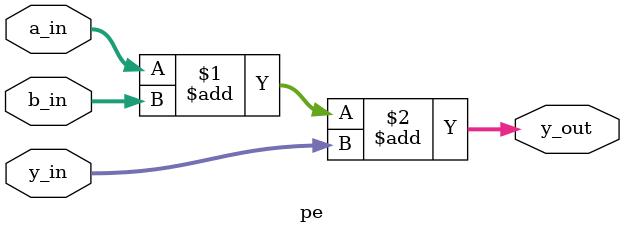
<source format=v>
module pe
    #( 
        parameter WIDTH = 8
           )
    (
        input wire signed [WIDTH-1:0]  a_in,
        input wire signed [WIDTH-1:0]  b_in,
        input wire signed [WIDTH-1:0]  y_in,
        output wire signed [WIDTH-1:0] y_out
    );
    
    
    assign y_out = a_in + b_in + y_in;

endmodule

</source>
